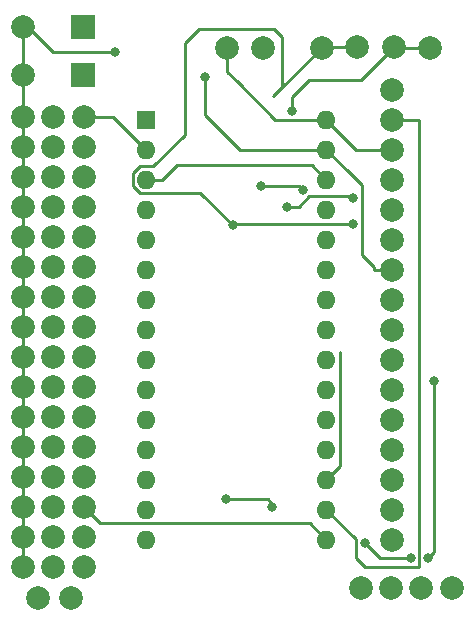
<source format=gbr>
%TF.GenerationSoftware,KiCad,Pcbnew,(5.1.9)-1*%
%TF.CreationDate,2023-07-21T13:25:52+02:00*%
%TF.ProjectId,NANO_Bot,4e414e4f-5f42-46f7-942e-6b696361645f,rev?*%
%TF.SameCoordinates,Original*%
%TF.FileFunction,Copper,L2,Bot*%
%TF.FilePolarity,Positive*%
%FSLAX46Y46*%
G04 Gerber Fmt 4.6, Leading zero omitted, Abs format (unit mm)*
G04 Created by KiCad (PCBNEW (5.1.9)-1) date 2023-07-21 13:25:52*
%MOMM*%
%LPD*%
G01*
G04 APERTURE LIST*
%TA.AperFunction,ComponentPad*%
%ADD10C,2.000000*%
%TD*%
%TA.AperFunction,ComponentPad*%
%ADD11R,2.000000X2.000000*%
%TD*%
%TA.AperFunction,ComponentPad*%
%ADD12R,1.600000X1.600000*%
%TD*%
%TA.AperFunction,ComponentPad*%
%ADD13O,1.600000X1.600000*%
%TD*%
%TA.AperFunction,ViaPad*%
%ADD14C,0.800000*%
%TD*%
%TA.AperFunction,Conductor*%
%ADD15C,0.250000*%
%TD*%
G04 APERTURE END LIST*
D10*
%TO.P,J4,1*%
%TO.N,Net-(A1-Pad19)*%
X142748000Y-348234000D03*
%TO.P,J4,2*%
%TO.N,Net-(A1-Pad20)*%
X142748000Y-345694000D03*
%TO.P,J4,3*%
%TO.N,Net-(A1-Pad21)*%
X142748000Y-343154000D03*
%TO.P,J4,4*%
%TO.N,Net-(A1-Pad22)*%
X142748000Y-340614000D03*
%TO.P,J4,5*%
%TO.N,Net-(A1-Pad23)*%
X142748000Y-338074000D03*
%TO.P,J4,6*%
%TO.N,Net-(A1-Pad24)*%
X142748000Y-335534000D03*
%TO.P,J4,7*%
%TO.N,Net-(A1-Pad25)*%
X142748000Y-332994000D03*
%TO.P,J4,8*%
%TO.N,Net-(A1-Pad26)*%
X142748000Y-330454000D03*
%TO.P,J4,9*%
%TO.N,Net-(A1-Pad27)*%
X142748000Y-327914000D03*
%TO.P,J4,10*%
%TO.N,Net-(A1-Pad29)*%
X142748000Y-325374000D03*
%TO.P,J4,11*%
%TO.N,Net-(A1-Pad14)*%
X142748000Y-322834000D03*
%TO.P,J4,12*%
%TO.N,Net-(A1-Pad13)*%
X142748000Y-320294000D03*
%TO.P,J4,13*%
%TO.N,Net-(A1-Pad16)*%
X142748000Y-317754000D03*
%TO.P,J4,14*%
%TO.N,Net-(A1-Pad30)*%
X142748000Y-315214000D03*
%TO.P,J4,15*%
%TO.N,Net-(A1-Pad17)*%
X142748000Y-312674000D03*
%TO.P,J4,16*%
%TO.N,Net-(A1-Pad27)*%
X142748000Y-310134000D03*
%TD*%
%TO.P,LP,1*%
%TO.N,Net-(A1-Pad30)*%
X128778000Y-306578000D03*
%TD*%
%TO.P,LP,1*%
%TO.N,Net-(S1-Pad1)*%
X131826000Y-306578000D03*
%TD*%
%TO.P,SDA,1*%
%TO.N,Net-(A1-Pad24)*%
X147790000Y-352298000D03*
%TD*%
%TO.P,SDA,1*%
%TO.N,Net-(A1-Pad23)*%
X142670000Y-352298000D03*
%TD*%
%TO.P,MISO,1*%
%TO.N,Net-(A1-Pad15)*%
X115580000Y-353210000D03*
%TD*%
%TO.P,MOSI,1*%
%TO.N,Net-(A1-Pad14)*%
X112800000Y-353180000D03*
%TD*%
%TO.P,SDL,1*%
%TO.N,Net-(A1-Pad24)*%
X145230000Y-352298000D03*
%TD*%
%TO.P,SDA,1*%
%TO.N,Net-(A1-Pad23)*%
X140100000Y-352298000D03*
%TD*%
%TO.P,LP,1*%
%TO.N,Net-(A1-Pad15)*%
X145950000Y-306580000D03*
%TD*%
%TO.P,LP,1*%
%TO.N,Net-(A1-Pad15)*%
X142920000Y-306530000D03*
%TD*%
%TO.P,MISO,1*%
%TO.N,Net-(A1-Pad14)*%
X139790000Y-306530000D03*
%TD*%
%TO.P,MOSI,1*%
%TO.N,Net-(A1-Pad14)*%
X136770000Y-306580000D03*
%TD*%
D11*
%TO.P,GND,2*%
%TO.N,Net-(S1-Pad1)*%
X116586000Y-308864000D03*
D10*
%TO.P,GND,1*%
%TO.N,Net-(A1-Pad29)*%
X111506000Y-308864000D03*
%TD*%
D12*
%TO.P,A1,1*%
%TO.N,Net-(A1-Pad1)*%
X121951001Y-312695001D03*
D13*
%TO.P,A1,17*%
%TO.N,Net-(A1-Pad17)*%
X137191001Y-345715001D03*
%TO.P,A1,2*%
%TO.N,Net-(A1-Pad2)*%
X121951001Y-315235001D03*
%TO.P,A1,18*%
%TO.N,Net-(A1-Pad18)*%
X137191001Y-343175001D03*
%TO.P,A1,3*%
%TO.N,Net-(A1-Pad28)*%
X121951001Y-317775001D03*
%TO.P,A1,19*%
%TO.N,Net-(A1-Pad19)*%
X137191001Y-340635001D03*
%TO.P,A1,4*%
%TO.N,Net-(A1-Pad29)*%
X121951001Y-320315001D03*
%TO.P,A1,20*%
%TO.N,Net-(A1-Pad20)*%
X137191001Y-338095001D03*
%TO.P,A1,5*%
%TO.N,Net-(A1-Pad5)*%
X121951001Y-322855001D03*
%TO.P,A1,21*%
%TO.N,Net-(A1-Pad21)*%
X137191001Y-335555001D03*
%TO.P,A1,6*%
%TO.N,Net-(A1-Pad6)*%
X121951001Y-325395001D03*
%TO.P,A1,22*%
%TO.N,Net-(A1-Pad22)*%
X137191001Y-333015001D03*
%TO.P,A1,7*%
%TO.N,Net-(A1-Pad7)*%
X121951001Y-327935001D03*
%TO.P,A1,23*%
%TO.N,Net-(A1-Pad23)*%
X137191001Y-330475001D03*
%TO.P,A1,8*%
%TO.N,Net-(A1-Pad8)*%
X121951001Y-330475001D03*
%TO.P,A1,24*%
%TO.N,Net-(A1-Pad24)*%
X137191001Y-327935001D03*
%TO.P,A1,9*%
%TO.N,Net-(A1-Pad9)*%
X121951001Y-333015001D03*
%TO.P,A1,25*%
%TO.N,Net-(A1-Pad25)*%
X137191001Y-325395001D03*
%TO.P,A1,10*%
%TO.N,Net-(A1-Pad10)*%
X121951001Y-335555001D03*
%TO.P,A1,26*%
%TO.N,Net-(A1-Pad26)*%
X137191001Y-322855001D03*
%TO.P,A1,11*%
%TO.N,Net-(A1-Pad11)*%
X121951001Y-338095001D03*
%TO.P,A1,27*%
%TO.N,Net-(A1-Pad27)*%
X137191001Y-320315001D03*
%TO.P,A1,12*%
%TO.N,Net-(A1-Pad12)*%
X121951001Y-340635001D03*
%TO.P,A1,28*%
%TO.N,Net-(A1-Pad28)*%
X137191001Y-317775001D03*
%TO.P,A1,13*%
%TO.N,Net-(A1-Pad13)*%
X121951001Y-343175001D03*
%TO.P,A1,29*%
%TO.N,Net-(A1-Pad29)*%
X137191001Y-315235001D03*
%TO.P,A1,14*%
%TO.N,Net-(A1-Pad14)*%
X121951001Y-345715001D03*
%TO.P,A1,30*%
%TO.N,Net-(A1-Pad30)*%
X137191001Y-312695001D03*
%TO.P,A1,15*%
%TO.N,Net-(A1-Pad15)*%
X121951001Y-348255001D03*
%TO.P,A1,16*%
%TO.N,Net-(A1-Pad16)*%
X137191001Y-348255001D03*
%TD*%
D10*
%TO.P,J1,1*%
%TO.N,Net-(A1-Pad29)*%
X111506000Y-350520000D03*
%TO.P,J1,2*%
X111506000Y-347980000D03*
%TO.P,J1,3*%
X111506000Y-345440000D03*
%TO.P,J1,4*%
X111506000Y-342900000D03*
%TO.P,J1,5*%
X111506000Y-340360000D03*
%TO.P,J1,6*%
X111506000Y-337820000D03*
%TO.P,J1,7*%
X111506000Y-335280000D03*
%TO.P,J1,8*%
X111506000Y-332740000D03*
%TO.P,J1,9*%
X111506000Y-330200000D03*
%TO.P,J1,10*%
X111506000Y-327660000D03*
%TO.P,J1,11*%
X111506000Y-325120000D03*
%TO.P,J1,12*%
X111506000Y-322580000D03*
%TO.P,J1,13*%
X111506000Y-320040000D03*
%TO.P,J1,14*%
X111506000Y-317500000D03*
%TO.P,J1,15*%
X111506000Y-314960000D03*
%TO.P,J1,16*%
X111506000Y-312420000D03*
%TD*%
%TO.P,J2,16*%
%TO.N,Net-(A1-Pad27)*%
X114046000Y-350520000D03*
%TO.P,J2,15*%
X114046000Y-347980000D03*
%TO.P,J2,14*%
X114046000Y-345440000D03*
%TO.P,J2,13*%
X114046000Y-342900000D03*
%TO.P,J2,12*%
X114046000Y-340360000D03*
%TO.P,J2,11*%
X114046000Y-337820000D03*
%TO.P,J2,10*%
X114046000Y-335280000D03*
%TO.P,J2,9*%
X114046000Y-332740000D03*
%TO.P,J2,8*%
X114046000Y-330200000D03*
%TO.P,J2,7*%
X114046000Y-327660000D03*
%TO.P,J2,6*%
X114046000Y-325120000D03*
%TO.P,J2,5*%
X114046000Y-322580000D03*
%TO.P,J2,4*%
X114046000Y-320040000D03*
%TO.P,J2,3*%
X114046000Y-317500000D03*
%TO.P,J2,2*%
X114046000Y-314960000D03*
%TO.P,J2,1*%
X114046000Y-312420000D03*
%TD*%
%TO.P,J3,16*%
%TO.N,Net-(A1-Pad27)*%
X116650000Y-350530000D03*
%TO.P,J3,15*%
X116650000Y-347990000D03*
%TO.P,J3,14*%
%TO.N,Net-(A1-Pad16)*%
X116650000Y-345450000D03*
%TO.P,J3,13*%
%TO.N,Net-(A1-Pad15)*%
X116650000Y-342910000D03*
%TO.P,J3,12*%
%TO.N,Net-(A1-Pad14)*%
X116650000Y-340370000D03*
%TO.P,J3,11*%
%TO.N,Net-(A1-Pad13)*%
X116650000Y-337830000D03*
%TO.P,J3,10*%
%TO.N,Net-(A1-Pad12)*%
X116650000Y-335290000D03*
%TO.P,J3,9*%
%TO.N,Net-(A1-Pad11)*%
X116650000Y-332750000D03*
%TO.P,J3,8*%
%TO.N,Net-(A1-Pad10)*%
X116650000Y-330210000D03*
%TO.P,J3,7*%
%TO.N,Net-(A1-Pad9)*%
X116650000Y-327670000D03*
%TO.P,J3,6*%
%TO.N,Net-(A1-Pad8)*%
X116650000Y-325130000D03*
%TO.P,J3,5*%
%TO.N,Net-(A1-Pad7)*%
X116650000Y-322590000D03*
%TO.P,J3,4*%
%TO.N,Net-(A1-Pad6)*%
X116650000Y-320050000D03*
%TO.P,J3,3*%
%TO.N,Net-(A1-Pad5)*%
X116650000Y-317510000D03*
%TO.P,J3,2*%
%TO.N,Net-(A1-Pad1)*%
X116650000Y-314970000D03*
%TO.P,J3,1*%
%TO.N,Net-(A1-Pad2)*%
X116650000Y-312430000D03*
%TD*%
%TO.P,GND,1*%
%TO.N,Net-(A1-Pad29)*%
X111506000Y-304800000D03*
D11*
%TO.P,GND,2*%
%TO.N,Net-(S1-Pad1)*%
X116586000Y-304800000D03*
%TD*%
D14*
%TO.N,Net-(A1-Pad29)*%
X126920000Y-309110000D03*
X119320000Y-306920000D03*
%TO.N,Net-(A1-Pad13)*%
X139446000Y-319278000D03*
X133858000Y-320040000D03*
%TO.N,Net-(A1-Pad14)*%
X129240000Y-321640000D03*
X128680000Y-344830000D03*
X132580000Y-345520000D03*
X139455723Y-321554468D03*
%TO.N,Net-(A1-Pad15)*%
X134280000Y-311910000D03*
X131630000Y-318340000D03*
X135160000Y-318640000D03*
%TO.N,Net-(A1-Pad16)*%
X146304000Y-334772000D03*
X145796000Y-349758000D03*
X144309000Y-349758000D03*
X140462000Y-348488000D03*
%TD*%
D15*
%TO.N,Net-(A1-Pad17)*%
X142748000Y-312674000D02*
X145034000Y-312674000D01*
X145034000Y-312674000D02*
X145034000Y-350520000D01*
X145034000Y-350520000D02*
X140462000Y-350520000D01*
X140462000Y-350520000D02*
X139700000Y-349758000D01*
X139700000Y-348224000D02*
X137191001Y-345715001D01*
X139700000Y-349758000D02*
X139700000Y-348224000D01*
%TO.N,Net-(A1-Pad2)*%
X119146000Y-312430000D02*
X121951001Y-315235001D01*
X116650000Y-312430000D02*
X119146000Y-312430000D01*
%TO.N,Net-(A1-Pad18)*%
X138316002Y-342050000D02*
X138316002Y-332345998D01*
X137191001Y-343175001D02*
X138316002Y-342050000D01*
%TO.N,Net-(A1-Pad28)*%
X121951001Y-317775001D02*
X123254999Y-317775001D01*
X123254999Y-317775001D02*
X124510000Y-316520000D01*
X135936000Y-316520000D02*
X137191001Y-317775001D01*
X124510000Y-316520000D02*
X135936000Y-316520000D01*
%TO.N,Net-(A1-Pad29)*%
X137191001Y-315235001D02*
X129855001Y-315235001D01*
X126920000Y-312300000D02*
X126920000Y-309110000D01*
X129855001Y-315235001D02*
X126920000Y-312300000D01*
X119320000Y-306920000D02*
X114070000Y-306920000D01*
X111950000Y-304800000D02*
X111506000Y-304800000D01*
X114070000Y-306920000D02*
X111950000Y-304800000D01*
X111506000Y-304800000D02*
X111506000Y-308864000D01*
X111506000Y-308864000D02*
X111506000Y-312420000D01*
X111506000Y-312420000D02*
X111506000Y-314960000D01*
X111506000Y-314960000D02*
X111506000Y-317500000D01*
X111506000Y-317500000D02*
X111506000Y-320040000D01*
X111506000Y-320040000D02*
X111506000Y-322580000D01*
X111506000Y-322580000D02*
X111506000Y-325120000D01*
X111506000Y-325120000D02*
X111506000Y-327660000D01*
X111506000Y-327660000D02*
X111506000Y-330200000D01*
X111506000Y-330200000D02*
X111506000Y-332740000D01*
X111506000Y-332740000D02*
X111506000Y-335280000D01*
X111506000Y-335280000D02*
X111506000Y-337820000D01*
X111506000Y-337820000D02*
X111506000Y-340360000D01*
X111506000Y-340360000D02*
X111506000Y-342900000D01*
X111506000Y-342900000D02*
X111506000Y-345440000D01*
X111506000Y-345440000D02*
X111506000Y-347980000D01*
X111506000Y-347980000D02*
X111506000Y-350520000D01*
X142748000Y-325374000D02*
X141224000Y-325374000D01*
X141224000Y-325374000D02*
X141224000Y-325120000D01*
X141224000Y-325120000D02*
X140208000Y-324104000D01*
X140208000Y-318252000D02*
X139070000Y-317114000D01*
X140208000Y-324104000D02*
X140208000Y-318252000D01*
X139070000Y-317114000D02*
X137191001Y-315235001D01*
X139192000Y-317236000D02*
X139070000Y-317114000D01*
%TO.N,Net-(A1-Pad13)*%
X135683002Y-319190000D02*
X134833002Y-320040000D01*
X139358000Y-319190000D02*
X135683002Y-319190000D01*
X139446000Y-319278000D02*
X139358000Y-319190000D01*
X134833002Y-320040000D02*
X133858000Y-320040000D01*
%TO.N,Net-(A1-Pad14)*%
X136820000Y-306530000D02*
X136770000Y-306580000D01*
X139790000Y-306530000D02*
X136820000Y-306530000D01*
X122491002Y-316650000D02*
X125171002Y-313970000D01*
X121411000Y-316650000D02*
X122491002Y-316650000D01*
X120826000Y-317235000D02*
X121411000Y-316650000D01*
X120826000Y-318315002D02*
X120826000Y-317235000D01*
X121411000Y-318900002D02*
X120826000Y-318315002D01*
X126500002Y-318900002D02*
X121411000Y-318900002D01*
X129240000Y-321640000D02*
X126500002Y-318900002D01*
X133405001Y-305687999D02*
X133405001Y-309944999D01*
X132716001Y-304998999D02*
X133405001Y-305687999D01*
X126363999Y-304998999D02*
X132716001Y-304998999D01*
X125171002Y-306191996D02*
X126363999Y-304998999D01*
X125171002Y-313970000D02*
X125171002Y-306191996D01*
X133405001Y-309944999D02*
X133360000Y-309990000D01*
X133360000Y-309990000D02*
X132640000Y-310710000D01*
X136770000Y-306580000D02*
X133360000Y-309990000D01*
X128680000Y-344830000D02*
X132210000Y-344830000D01*
X132580000Y-345200000D02*
X132580000Y-345520000D01*
X132210000Y-344830000D02*
X132580000Y-345200000D01*
X129325532Y-321554468D02*
X129240000Y-321640000D01*
X139455723Y-321554468D02*
X129325532Y-321554468D01*
%TO.N,Net-(A1-Pad30)*%
X139710000Y-315214000D02*
X137191001Y-312695001D01*
X142748000Y-315214000D02*
X139710000Y-315214000D01*
X137191001Y-312695001D02*
X132863001Y-312695001D01*
X128778000Y-308610000D02*
X129667000Y-309499000D01*
X128778000Y-306578000D02*
X128778000Y-308610000D01*
X129667000Y-309499000D02*
X129540000Y-309372000D01*
X132863001Y-312695001D02*
X129667000Y-309499000D01*
%TO.N,Net-(A1-Pad15)*%
X142970000Y-306580000D02*
X142920000Y-306530000D01*
X145950000Y-306580000D02*
X142970000Y-306580000D01*
X142920000Y-306530000D02*
X140150000Y-309300000D01*
X140150000Y-309300000D02*
X135740000Y-309300000D01*
X134280000Y-310760000D02*
X134280000Y-311910000D01*
X135740000Y-309300000D02*
X134280000Y-310760000D01*
X134860000Y-318340000D02*
X135160000Y-318640000D01*
X131630000Y-318340000D02*
X134860000Y-318340000D01*
%TO.N,Net-(A1-Pad16)*%
X118040002Y-346840002D02*
X116650000Y-345450000D01*
X135776002Y-346840002D02*
X118040002Y-346840002D01*
X137191001Y-348255001D02*
X135776002Y-346840002D01*
X146304000Y-349250000D02*
X145796000Y-349758000D01*
X146304000Y-334772000D02*
X146304000Y-349250000D01*
X141732000Y-349758000D02*
X140462000Y-348488000D01*
X144309000Y-349758000D02*
X141732000Y-349758000D01*
%TD*%
M02*

</source>
